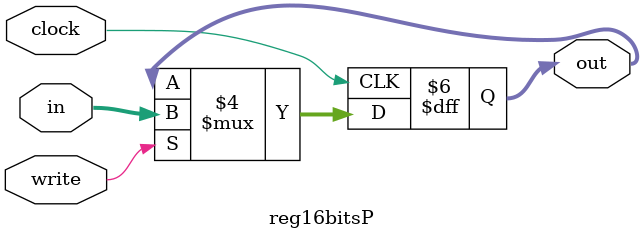
<source format=v>
module reg16bitsP(in, out, write, clock);

	/***************************************************************************
	* Registrador de 16 bits sensivel a borda de subida do clock.
	***************************************************************************/

    parameter ini = 0;
	input [15:0] in;
	input write, clock;
	output reg [15:0] out;

	initial begin
	    out = ini;
	end

	always @(posedge clock)begin
		if (write) begin
			out = in;
		end
	end

endmodule

</source>
